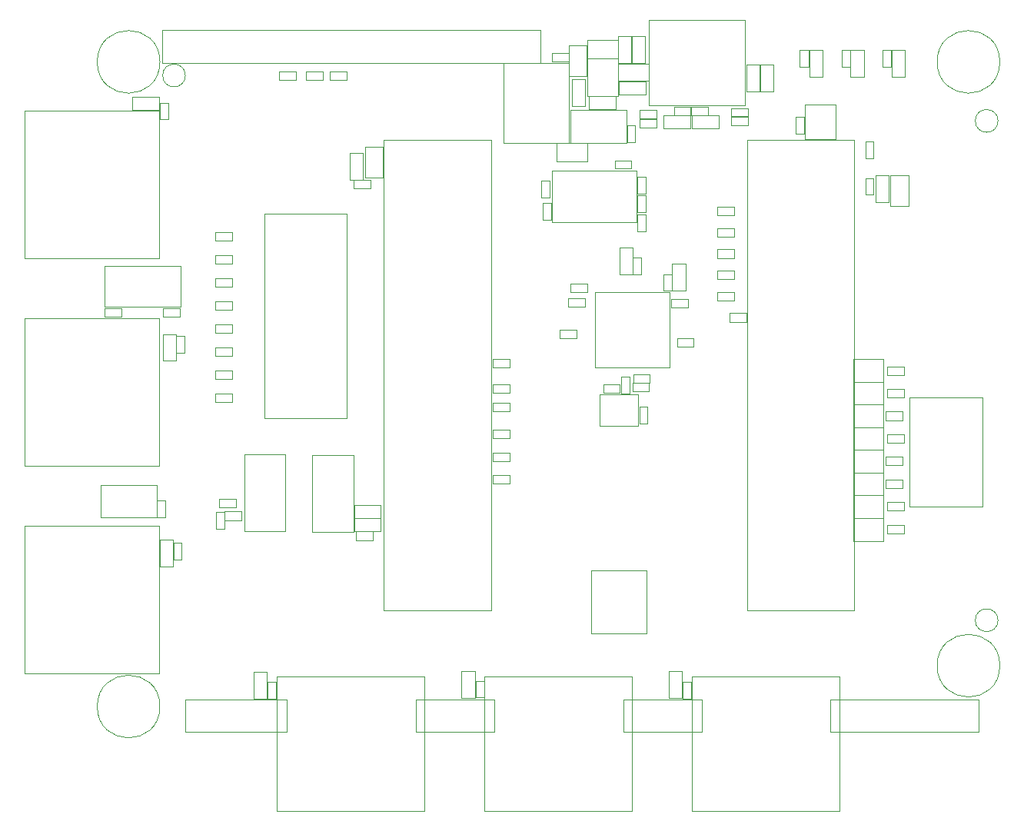
<source format=gbr>
%TF.GenerationSoftware,KiCad,Pcbnew,8.0.8-8.0.8-0~ubuntu22.04.1*%
%TF.CreationDate,2025-02-25T18:23:06-05:00*%
%TF.ProjectId,tinytapeout-demo,74696e79-7461-4706-956f-75742d64656d,2.1.2*%
%TF.SameCoordinates,PX38be5e0PY7d687e0*%
%TF.FileFunction,Other,User*%
%FSLAX46Y46*%
G04 Gerber Fmt 4.6, Leading zero omitted, Abs format (unit mm)*
G04 Created by KiCad (PCBNEW 8.0.8-8.0.8-0~ubuntu22.04.1) date 2025-02-25 18:23:06*
%MOMM*%
%LPD*%
G01*
G04 APERTURE LIST*
%ADD10C,0.050000*%
%ADD11C,0.120000*%
G04 APERTURE END LIST*
D10*
%TO.C,JP7*%
X142850000Y-92250000D02*
X142850000Y-94750000D01*
X142850000Y-92250000D02*
X146150000Y-92250000D01*
X146150000Y-94750000D02*
X142850000Y-94750000D01*
X146150000Y-94750000D02*
X146150000Y-92250000D01*
%TO.C,R53*%
X127870000Y-77660000D02*
X129730000Y-77660000D01*
X127870000Y-78600000D02*
X127870000Y-77660000D01*
X129730000Y-77660000D02*
X129730000Y-78600000D01*
X129730000Y-78600000D02*
X127870000Y-78600000D01*
%TO.C,R15*%
X146030000Y-55670000D02*
X146970000Y-55670000D01*
X146030000Y-57530000D02*
X146030000Y-55670000D01*
X146970000Y-55670000D02*
X146970000Y-57530000D01*
X146970000Y-57530000D02*
X146030000Y-57530000D01*
%TO.C,C32*%
X117070000Y-77420000D02*
X118530000Y-77420000D01*
X117070000Y-80380000D02*
X117070000Y-77420000D01*
X118530000Y-77420000D02*
X118530000Y-80380000D01*
X118530000Y-80380000D02*
X117070000Y-80380000D01*
%TO.C,C23*%
X144140000Y-65790000D02*
X145060000Y-65790000D01*
X144140000Y-67610000D02*
X144140000Y-65790000D01*
X145060000Y-65790000D02*
X145060000Y-67610000D01*
X145060000Y-67610000D02*
X144140000Y-67610000D01*
%TO.C,C36*%
X118490000Y-92390000D02*
X120310000Y-92390000D01*
X118490000Y-93310000D02*
X118490000Y-92390000D01*
X120310000Y-92390000D02*
X120310000Y-93310000D01*
X120310000Y-93310000D02*
X118490000Y-93310000D01*
%TO.C,R55*%
X127870000Y-72980000D02*
X129730000Y-72980000D01*
X127870000Y-73920000D02*
X127870000Y-72980000D01*
X129730000Y-72980000D02*
X129730000Y-73920000D01*
X129730000Y-73920000D02*
X127870000Y-73920000D01*
%TO.C,JP1*%
X142850000Y-107250000D02*
X142850000Y-109750000D01*
X142850000Y-107250000D02*
X146150000Y-107250000D01*
X146150000Y-109750000D02*
X142850000Y-109750000D01*
X146150000Y-109750000D02*
X146150000Y-107250000D01*
%TO.C,R20*%
X119270000Y-63280000D02*
X121130000Y-63280000D01*
X119270000Y-64220000D02*
X119270000Y-63280000D01*
X121130000Y-63280000D02*
X121130000Y-64220000D01*
X121130000Y-64220000D02*
X119270000Y-64220000D01*
%TO.C,MT3*%
X66450000Y-57000000D02*
G75*
G02*
X59550000Y-57000000I-3450000J0D01*
G01*
X59550000Y-57000000D02*
G75*
G02*
X66450000Y-57000000I3450000J0D01*
G01*
%TO.C,C16*%
X146920000Y-69450000D02*
X148880000Y-69450000D01*
X146920000Y-72850000D02*
X146920000Y-69450000D01*
X148880000Y-69450000D02*
X148880000Y-72850000D01*
X148880000Y-72850000D02*
X146920000Y-72850000D01*
%TO.C,FID3*%
X158750000Y-63500000D02*
G75*
G02*
X156250000Y-63500000I-1250000J0D01*
G01*
X156250000Y-63500000D02*
G75*
G02*
X158750000Y-63500000I1250000J0D01*
G01*
%TO.C,R38*%
X119030000Y-69670000D02*
X119970000Y-69670000D01*
X119030000Y-71530000D02*
X119030000Y-69670000D01*
X119970000Y-69670000D02*
X119970000Y-71530000D01*
X119970000Y-71530000D02*
X119030000Y-71530000D01*
%TO.C,C48*%
X116970000Y-59170000D02*
X119930000Y-59170000D01*
X116970000Y-60630000D02*
X116970000Y-59170000D01*
X119930000Y-59170000D02*
X119930000Y-60630000D01*
X119930000Y-60630000D02*
X116970000Y-60630000D01*
%TO.C,J13*%
X51550000Y-85240000D02*
X51550000Y-101490000D01*
X51550000Y-101490000D02*
X66400000Y-101490000D01*
X66400000Y-85240000D02*
X51550000Y-85240000D01*
X66400000Y-101490000D02*
X66400000Y-85240000D01*
%TO.C,C6*%
X110150000Y-65970000D02*
X113550000Y-65970000D01*
X110150000Y-67930000D02*
X110150000Y-65970000D01*
X113550000Y-65970000D02*
X113550000Y-67930000D01*
X113550000Y-67930000D02*
X110150000Y-67930000D01*
%TO.C,R5*%
X72560000Y-83358571D02*
X74420000Y-83358571D01*
X72560000Y-84298571D02*
X72560000Y-83358571D01*
X74420000Y-83358571D02*
X74420000Y-84298571D01*
X74420000Y-84298571D02*
X72560000Y-84298571D01*
%TO.C,C56*%
X67940000Y-109990000D02*
X68860000Y-109990000D01*
X67940000Y-111810000D02*
X67940000Y-109990000D01*
X68860000Y-109990000D02*
X68860000Y-111810000D01*
X68860000Y-111810000D02*
X67940000Y-111810000D01*
%TO.C,C7*%
X113500000Y-54620000D02*
X116900000Y-54620000D01*
X113500000Y-56580000D02*
X113500000Y-54620000D01*
X116900000Y-54620000D02*
X116900000Y-56580000D01*
X116900000Y-56580000D02*
X113500000Y-56580000D01*
%TO.C,R7*%
X87830000Y-107270000D02*
X90790000Y-107270000D01*
X87830000Y-108730000D02*
X87830000Y-107270000D01*
X90790000Y-107270000D02*
X90790000Y-108730000D01*
X90790000Y-108730000D02*
X87830000Y-108730000D01*
%TO.C,R1*%
X72560000Y-93530000D02*
X74420000Y-93530000D01*
X72560000Y-94470000D02*
X72560000Y-93530000D01*
X74420000Y-93530000D02*
X74420000Y-94470000D01*
X74420000Y-94470000D02*
X72560000Y-94470000D01*
%TO.C,C29*%
X115290000Y-92540000D02*
X117110000Y-92540000D01*
X115290000Y-93460000D02*
X115290000Y-92540000D01*
X117110000Y-92540000D02*
X117110000Y-93460000D01*
X117110000Y-93460000D02*
X115290000Y-93460000D01*
%TO.C,J2*%
X69220000Y-127200000D02*
X69220000Y-130800000D01*
X69220000Y-130800000D02*
X80420000Y-130800000D01*
X80420000Y-127200000D02*
X69220000Y-127200000D01*
X80420000Y-130800000D02*
X80420000Y-127200000D01*
%TO.C,C24*%
X87790000Y-70040000D02*
X89610000Y-70040000D01*
X87790000Y-70960000D02*
X87790000Y-70040000D01*
X89610000Y-70040000D02*
X89610000Y-70960000D01*
X89610000Y-70960000D02*
X87790000Y-70960000D01*
%TO.C,C8*%
X124040000Y-125290000D02*
X124960000Y-125290000D01*
X124040000Y-127110000D02*
X124040000Y-125290000D01*
X124960000Y-125290000D02*
X124960000Y-127110000D01*
X124960000Y-127110000D02*
X124040000Y-127110000D01*
%TO.C,Y1*%
X114900000Y-93650000D02*
X114900000Y-97050000D01*
X114900000Y-97050000D02*
X119100000Y-97050000D01*
X119100000Y-93650000D02*
X114900000Y-93650000D01*
X119100000Y-97050000D02*
X119100000Y-93650000D01*
%TO.C,R18*%
X136930000Y-55670000D02*
X137870000Y-55670000D01*
X136930000Y-57530000D02*
X136930000Y-55670000D01*
X137870000Y-55670000D02*
X137870000Y-57530000D01*
X137870000Y-57530000D02*
X136930000Y-57530000D01*
%TO.C,C58*%
X66440000Y-61490000D02*
X67360000Y-61490000D01*
X66440000Y-63310000D02*
X66440000Y-61490000D01*
X67360000Y-61490000D02*
X67360000Y-63310000D01*
X67360000Y-63310000D02*
X66440000Y-63310000D01*
%TO.C,R50*%
X136430000Y-63070000D02*
X137370000Y-63070000D01*
X136430000Y-64930000D02*
X136430000Y-63070000D01*
X137370000Y-63070000D02*
X137370000Y-64930000D01*
X137370000Y-64930000D02*
X136430000Y-64930000D01*
%TO.C,R11*%
X72570000Y-75730000D02*
X74430000Y-75730000D01*
X72570000Y-76670000D02*
X72570000Y-75730000D01*
X74430000Y-75730000D02*
X74430000Y-76670000D01*
X74430000Y-76670000D02*
X72570000Y-76670000D01*
%TO.C,R43*%
X103070000Y-100030000D02*
X104930000Y-100030000D01*
X103070000Y-100970000D02*
X103070000Y-100030000D01*
X104930000Y-100030000D02*
X104930000Y-100970000D01*
X104930000Y-100970000D02*
X103070000Y-100970000D01*
%TO.C,C46*%
X129390000Y-62090000D02*
X131210000Y-62090000D01*
X129390000Y-63010000D02*
X129390000Y-62090000D01*
X131210000Y-62090000D02*
X131210000Y-63010000D01*
X131210000Y-63010000D02*
X129390000Y-63010000D01*
%TO.C,C4*%
X78340000Y-125290000D02*
X79260000Y-125290000D01*
X78340000Y-127110000D02*
X78340000Y-125290000D01*
X79260000Y-125290000D02*
X79260000Y-127110000D01*
X79260000Y-127110000D02*
X78340000Y-127110000D01*
%TO.C,R24*%
X146410000Y-103001428D02*
X148270000Y-103001428D01*
X146410000Y-103941428D02*
X146410000Y-103001428D01*
X148270000Y-103001428D02*
X148270000Y-103941428D01*
X148270000Y-103941428D02*
X146410000Y-103941428D01*
%TO.C,R22*%
X146560000Y-107990000D02*
X148420000Y-107990000D01*
X146560000Y-108930000D02*
X146560000Y-107990000D01*
X148420000Y-107990000D02*
X148420000Y-108930000D01*
X148420000Y-108930000D02*
X146560000Y-108930000D01*
%TO.C,C47*%
X119290000Y-62290000D02*
X121110000Y-62290000D01*
X119290000Y-63210000D02*
X119290000Y-62290000D01*
X121110000Y-62290000D02*
X121110000Y-63210000D01*
X121110000Y-63210000D02*
X119290000Y-63210000D01*
%TO.C,JP3*%
X142850000Y-102250000D02*
X142850000Y-104750000D01*
X142850000Y-102250000D02*
X146150000Y-102250000D01*
X146150000Y-104750000D02*
X142850000Y-104750000D01*
X146150000Y-104750000D02*
X146150000Y-102250000D01*
%TO.C,R3*%
X72560000Y-88444285D02*
X74420000Y-88444285D01*
X72560000Y-89384285D02*
X72560000Y-88444285D01*
X74420000Y-88444285D02*
X74420000Y-89384285D01*
X74420000Y-89384285D02*
X72560000Y-89384285D01*
%TO.C,JP8*%
X142850000Y-89750000D02*
X142850000Y-92250000D01*
X142850000Y-89750000D02*
X146150000Y-89750000D01*
X146150000Y-92250000D02*
X142850000Y-92250000D01*
X146150000Y-92250000D02*
X146150000Y-89750000D01*
%TO.C,J8*%
X117505000Y-127200000D02*
X117505000Y-130800000D01*
X117505000Y-130800000D02*
X126155000Y-130800000D01*
X126155000Y-127200000D02*
X117505000Y-127200000D01*
X126155000Y-130800000D02*
X126155000Y-127200000D01*
%TO.C,C2*%
X72990000Y-105140000D02*
X74810000Y-105140000D01*
X72990000Y-106060000D02*
X72990000Y-105140000D01*
X74810000Y-105140000D02*
X74810000Y-106060000D01*
X74810000Y-106060000D02*
X72990000Y-106060000D01*
%TO.C,J12*%
X51550000Y-108100000D02*
X51550000Y-124350000D01*
X51550000Y-124350000D02*
X66400000Y-124350000D01*
X66400000Y-108100000D02*
X51550000Y-108100000D01*
X66400000Y-124350000D02*
X66400000Y-108100000D01*
%TO.C,R41*%
X111403884Y-83041018D02*
X113263884Y-83041018D01*
X111403884Y-83981018D02*
X111403884Y-83041018D01*
X113263884Y-83041018D02*
X113263884Y-83981018D01*
X113263884Y-83981018D02*
X111403884Y-83981018D01*
D11*
%TO.C,SW2*%
X75750000Y-100250000D02*
X75750000Y-108650000D01*
X75750000Y-108650000D02*
X80250000Y-108650000D01*
X80250000Y-100250000D02*
X75750000Y-100250000D01*
X80250000Y-108650000D02*
X80250000Y-100250000D01*
D10*
%TO.C,R8*%
X73580000Y-106530000D02*
X75440000Y-106530000D01*
X73580000Y-107470000D02*
X73580000Y-106530000D01*
X75440000Y-106530000D02*
X75440000Y-107470000D01*
X75440000Y-107470000D02*
X73580000Y-107470000D01*
%TO.C,R54*%
X127870000Y-75320000D02*
X129730000Y-75320000D01*
X127870000Y-76260000D02*
X127870000Y-75320000D01*
X129730000Y-75320000D02*
X129730000Y-76260000D01*
X129730000Y-76260000D02*
X127870000Y-76260000D01*
%TO.C,C49*%
X118420000Y-54170000D02*
X119880000Y-54170000D01*
X118420000Y-57130000D02*
X118420000Y-54170000D01*
X119880000Y-54170000D02*
X119880000Y-57130000D01*
X119880000Y-57130000D02*
X118420000Y-57130000D01*
%TO.C,C35*%
X123390000Y-87440000D02*
X125210000Y-87440000D01*
X123390000Y-88360000D02*
X123390000Y-87440000D01*
X125210000Y-87440000D02*
X125210000Y-88360000D01*
X125210000Y-88360000D02*
X123390000Y-88360000D01*
%TO.C,J20*%
X120280000Y-61770000D02*
X120280000Y-52350000D01*
X130920000Y-52350000D02*
X120280000Y-52350000D01*
X130920000Y-61770000D02*
X120280000Y-61770000D01*
X130920000Y-61770000D02*
X130920000Y-52350000D01*
%TO.C,J3*%
X79355000Y-124655000D02*
X79355000Y-139505000D01*
X79355000Y-139505000D02*
X95605000Y-139505000D01*
X95605000Y-124655000D02*
X79355000Y-124655000D01*
X95605000Y-139505000D02*
X95605000Y-124655000D01*
%TO.C,J7*%
X113950000Y-113050000D02*
X113950000Y-119950000D01*
X113950000Y-119950000D02*
X120050000Y-119950000D01*
X120050000Y-113050000D02*
X113950000Y-113050000D01*
X120050000Y-119950000D02*
X120050000Y-113050000D01*
%TO.C,R12*%
X88080000Y-108730000D02*
X89940000Y-108730000D01*
X88080000Y-109670000D02*
X88080000Y-108730000D01*
X89940000Y-108730000D02*
X89940000Y-109670000D01*
X89940000Y-109670000D02*
X88080000Y-109670000D01*
%TO.C,C25*%
X87370000Y-67020000D02*
X88830000Y-67020000D01*
X87370000Y-69980000D02*
X87370000Y-67020000D01*
X88830000Y-67020000D02*
X88830000Y-69980000D01*
X88830000Y-69980000D02*
X87370000Y-69980000D01*
%TO.C,MT4*%
X158950000Y-57000000D02*
G75*
G02*
X152050000Y-57000000I-3450000J0D01*
G01*
X152050000Y-57000000D02*
G75*
G02*
X158950000Y-57000000I3450000J0D01*
G01*
%TO.C,MT2*%
X158950000Y-123500000D02*
G75*
G02*
X152050000Y-123500000I-3450000J0D01*
G01*
X152050000Y-123500000D02*
G75*
G02*
X158950000Y-123500000I3450000J0D01*
G01*
%TO.C,C5*%
X76770000Y-124220000D02*
X78230000Y-124220000D01*
X76770000Y-127180000D02*
X76770000Y-124220000D01*
X78230000Y-124220000D02*
X78230000Y-127180000D01*
X78230000Y-127180000D02*
X76770000Y-127180000D01*
%TO.C,R13*%
X72630000Y-106570000D02*
X73570000Y-106570000D01*
X72630000Y-108430000D02*
X72630000Y-106570000D01*
X73570000Y-106570000D02*
X73570000Y-108430000D01*
X73570000Y-108430000D02*
X72630000Y-108430000D01*
%TO.C,R21*%
X129370000Y-63030000D02*
X131230000Y-63030000D01*
X129370000Y-63970000D02*
X129370000Y-63030000D01*
X131230000Y-63030000D02*
X131230000Y-63970000D01*
X131230000Y-63970000D02*
X129370000Y-63970000D01*
%TO.C,R42*%
X103080000Y-102530000D02*
X104940000Y-102530000D01*
X103080000Y-103470000D02*
X103080000Y-102530000D01*
X104940000Y-102530000D02*
X104940000Y-103470000D01*
X104940000Y-103470000D02*
X103080000Y-103470000D01*
%TO.C,J5*%
X102215000Y-124655000D02*
X102215000Y-139505000D01*
X102215000Y-139505000D02*
X118465000Y-139505000D01*
X118465000Y-124655000D02*
X102215000Y-124655000D01*
X118465000Y-139505000D02*
X118465000Y-124655000D01*
%TO.C,C21*%
X89020000Y-66350000D02*
X90980000Y-66350000D01*
X89020000Y-69750000D02*
X89020000Y-66350000D01*
X90980000Y-66350000D02*
X90980000Y-69750000D01*
X90980000Y-69750000D02*
X89020000Y-69750000D01*
%TO.C,R49*%
X111820000Y-58920000D02*
X113280000Y-58920000D01*
X111820000Y-61880000D02*
X111820000Y-58920000D01*
X113280000Y-58920000D02*
X113280000Y-61880000D01*
X113280000Y-61880000D02*
X111820000Y-61880000D01*
%TO.C,R2*%
X72560000Y-90987142D02*
X74420000Y-90987142D01*
X72560000Y-91927142D02*
X72560000Y-90987142D01*
X74420000Y-90987142D02*
X74420000Y-91927142D01*
X74420000Y-91927142D02*
X72560000Y-91927142D01*
%TO.C,D5*%
X125020000Y-62870000D02*
X127980000Y-62870000D01*
X125020000Y-64330000D02*
X125020000Y-62870000D01*
X127980000Y-62870000D02*
X127980000Y-64330000D01*
X127980000Y-64330000D02*
X125020000Y-64330000D01*
%TO.C,JP2*%
X142850000Y-104750000D02*
X142850000Y-107250000D01*
X142850000Y-104750000D02*
X146150000Y-104750000D01*
X146150000Y-107250000D02*
X142850000Y-107250000D01*
X146150000Y-107250000D02*
X146150000Y-104750000D01*
%TO.C,C30*%
X119240000Y-94990000D02*
X120160000Y-94990000D01*
X119240000Y-96810000D02*
X119240000Y-94990000D01*
X120160000Y-94990000D02*
X120160000Y-96810000D01*
X120160000Y-96810000D02*
X119240000Y-96810000D01*
%TO.C,R28*%
X146560000Y-93024284D02*
X148420000Y-93024284D01*
X146560000Y-93964284D02*
X146560000Y-93024284D01*
X148420000Y-93024284D02*
X148420000Y-93964284D01*
X148420000Y-93964284D02*
X146560000Y-93964284D01*
%TO.C,C39*%
X111690000Y-81440000D02*
X113510000Y-81440000D01*
X111690000Y-82360000D02*
X111690000Y-81440000D01*
X113510000Y-81440000D02*
X113510000Y-82360000D01*
X113510000Y-82360000D02*
X111690000Y-82360000D01*
%TO.C,U1*%
D11*
X149000000Y-106000000D02*
X157000000Y-106000000D01*
X157000000Y-94000000D01*
X149000000Y-94000000D01*
X149000000Y-106000000D01*
D10*
%TO.C,R23*%
X146560000Y-105495714D02*
X148420000Y-105495714D01*
X146560000Y-106435714D02*
X146560000Y-105495714D01*
X148420000Y-105495714D02*
X148420000Y-106435714D01*
X148420000Y-106435714D02*
X146560000Y-106435714D01*
%TO.C,C38*%
X110490000Y-86540000D02*
X112310000Y-86540000D01*
X110490000Y-87460000D02*
X110490000Y-86540000D01*
X112310000Y-86540000D02*
X112310000Y-87460000D01*
X112310000Y-87460000D02*
X110490000Y-87460000D01*
%TO.C,R45*%
X103070000Y-94530000D02*
X104930000Y-94530000D01*
X103070000Y-95470000D02*
X103070000Y-94530000D01*
X104930000Y-94530000D02*
X104930000Y-95470000D01*
X104930000Y-95470000D02*
X103070000Y-95470000D01*
%TO.C,U5*%
X109650000Y-68940000D02*
X109650000Y-74660000D01*
X109650000Y-74660000D02*
X118950000Y-74660000D01*
X118950000Y-68940000D02*
X109650000Y-68940000D01*
X118950000Y-74660000D02*
X118950000Y-68940000D01*
%TO.C,R51*%
X127870000Y-82340000D02*
X129730000Y-82340000D01*
X127870000Y-83280000D02*
X127870000Y-82340000D01*
X129730000Y-82340000D02*
X129730000Y-83280000D01*
X129730000Y-83280000D02*
X127870000Y-83280000D01*
%TO.C,C37*%
X122870000Y-79220000D02*
X124330000Y-79220000D01*
X122870000Y-82180000D02*
X122870000Y-79220000D01*
X124330000Y-79220000D02*
X124330000Y-82180000D01*
X124330000Y-82180000D02*
X122870000Y-82180000D01*
%TO.C,R35*%
X108580000Y-72570000D02*
X109520000Y-72570000D01*
X108580000Y-74430000D02*
X108580000Y-72570000D01*
X109520000Y-72570000D02*
X109520000Y-74430000D01*
X109520000Y-74430000D02*
X108580000Y-74430000D01*
%TO.C,J10*%
X59925000Y-103595000D02*
X59925000Y-107195000D01*
X59925000Y-107195000D02*
X66075000Y-107195000D01*
X66075000Y-103595000D02*
X59925000Y-103595000D01*
X66075000Y-107195000D02*
X66075000Y-103595000D01*
%TO.C,U6*%
X114380000Y-82380000D02*
X114380000Y-90620000D01*
X114380000Y-90620000D02*
X122620000Y-90620000D01*
X122620000Y-82380000D02*
X114380000Y-82380000D01*
X122620000Y-90620000D02*
X122620000Y-82380000D01*
%TO.C,C33*%
X121940000Y-80390000D02*
X122860000Y-80390000D01*
X121940000Y-82210000D02*
X121940000Y-80390000D01*
X122860000Y-80390000D02*
X122860000Y-82210000D01*
X122860000Y-82210000D02*
X121940000Y-82210000D01*
%TO.C,Q1*%
X137500000Y-61680000D02*
X137500000Y-65520000D01*
X137500000Y-65520000D02*
X140900000Y-65520000D01*
X140900000Y-61680000D02*
X137500000Y-61680000D01*
X140900000Y-65520000D02*
X140900000Y-61680000D01*
%TO.C,R27*%
X146410000Y-95518570D02*
X148270000Y-95518570D01*
X146410000Y-96458570D02*
X146410000Y-95518570D01*
X148270000Y-95518570D02*
X148270000Y-96458570D01*
X148270000Y-96458570D02*
X146410000Y-96458570D01*
%TO.C,J17*%
X94660000Y-127200000D02*
X94660000Y-130800000D01*
X94660000Y-130800000D02*
X103310000Y-130800000D01*
X103310000Y-127200000D02*
X94660000Y-127200000D01*
X103310000Y-130800000D02*
X103310000Y-127200000D01*
%TO.C,C9*%
X122470000Y-124120000D02*
X123930000Y-124120000D01*
X122470000Y-127080000D02*
X122470000Y-124120000D01*
X123930000Y-124120000D02*
X123930000Y-127080000D01*
X123930000Y-127080000D02*
X122470000Y-127080000D01*
%TO.C,F1*%
X116920000Y-57200000D02*
X120280000Y-57200000D01*
X116920000Y-59100000D02*
X116920000Y-57200000D01*
X120280000Y-57200000D02*
X120280000Y-59100000D01*
X120280000Y-59100000D02*
X116920000Y-59100000D01*
%TO.C,J9*%
X66700000Y-53500000D02*
X66700000Y-57100000D01*
X66700000Y-57100000D02*
X108400000Y-57100000D01*
X108400000Y-53500000D02*
X66700000Y-53500000D01*
X108400000Y-57100000D02*
X108400000Y-53500000D01*
%TO.C,C12*%
X109640000Y-56040000D02*
X111460000Y-56040000D01*
X109640000Y-56960000D02*
X109640000Y-56040000D01*
X111460000Y-56040000D02*
X111460000Y-56960000D01*
X111460000Y-56960000D02*
X109640000Y-56960000D01*
%TO.C,R40*%
X108430000Y-70120000D02*
X109370000Y-70120000D01*
X108430000Y-71980000D02*
X108430000Y-70120000D01*
X109370000Y-70120000D02*
X109370000Y-71980000D01*
X109370000Y-71980000D02*
X108430000Y-71980000D01*
%TO.C,C45*%
X123090000Y-61940000D02*
X124910000Y-61940000D01*
X123090000Y-62860000D02*
X123090000Y-61940000D01*
X124910000Y-61940000D02*
X124910000Y-62860000D01*
X124910000Y-62860000D02*
X123090000Y-62860000D01*
%TO.C,R37*%
X117230000Y-91670000D02*
X118170000Y-91670000D01*
X117230000Y-93530000D02*
X117230000Y-91670000D01*
X118170000Y-91670000D02*
X118170000Y-93530000D01*
X118170000Y-93530000D02*
X117230000Y-93530000D01*
%TO.C,C26*%
X144140000Y-69790000D02*
X145060000Y-69790000D01*
X144140000Y-71610000D02*
X144140000Y-69790000D01*
X145060000Y-69790000D02*
X145060000Y-71610000D01*
X145060000Y-71610000D02*
X144140000Y-71610000D01*
%TO.C,C15*%
X99670000Y-124120000D02*
X101130000Y-124120000D01*
X99670000Y-127080000D02*
X99670000Y-124120000D01*
X101130000Y-124120000D02*
X101130000Y-127080000D01*
X101130000Y-127080000D02*
X99670000Y-127080000D01*
D11*
%TO.C,SW3*%
X60375000Y-79450000D02*
X60375000Y-83950000D01*
X60375000Y-83950000D02*
X68775000Y-83950000D01*
X68775000Y-79450000D02*
X60375000Y-79450000D01*
X68775000Y-83950000D02*
X68775000Y-79450000D01*
D10*
%TO.C,R16*%
X132570000Y-57270000D02*
X134030000Y-57270000D01*
X132570000Y-60230000D02*
X132570000Y-57270000D01*
X134030000Y-57270000D02*
X134030000Y-60230000D01*
X134030000Y-60230000D02*
X132570000Y-60230000D01*
%TO.C,C17*%
X145270000Y-69520000D02*
X146730000Y-69520000D01*
X145270000Y-72480000D02*
X145270000Y-69520000D01*
X146730000Y-69520000D02*
X146730000Y-72480000D01*
X146730000Y-72480000D02*
X145270000Y-72480000D01*
D11*
%TO.C,SW1*%
X83250000Y-100350000D02*
X83250000Y-108750000D01*
X83250000Y-108750000D02*
X87750000Y-108750000D01*
X87750000Y-100350000D02*
X83250000Y-100350000D01*
X87750000Y-108750000D02*
X87750000Y-100350000D01*
D10*
%TO.C,C3*%
X131070000Y-57270000D02*
X132530000Y-57270000D01*
X131070000Y-60230000D02*
X131070000Y-57270000D01*
X132530000Y-57270000D02*
X132530000Y-60230000D01*
X132530000Y-60230000D02*
X131070000Y-60230000D01*
%TO.C,FID2*%
X69250000Y-58500000D02*
G75*
G02*
X66750000Y-58500000I-1250000J0D01*
G01*
X66750000Y-58500000D02*
G75*
G02*
X69250000Y-58500000I1250000J0D01*
G01*
%TO.C,R17*%
X141530000Y-55670000D02*
X142470000Y-55670000D01*
X141530000Y-57530000D02*
X141530000Y-55670000D01*
X142470000Y-55670000D02*
X142470000Y-57530000D01*
X142470000Y-57530000D02*
X141530000Y-57530000D01*
%TO.C,C34*%
X122790000Y-83140000D02*
X124610000Y-83140000D01*
X122790000Y-84060000D02*
X122790000Y-83140000D01*
X124610000Y-83140000D02*
X124610000Y-84060000D01*
X124610000Y-84060000D02*
X122790000Y-84060000D01*
%TO.C,JP5*%
X142850000Y-97250000D02*
X142850000Y-99750000D01*
X142850000Y-97250000D02*
X146150000Y-97250000D01*
X146150000Y-99750000D02*
X142850000Y-99750000D01*
X146150000Y-99750000D02*
X146150000Y-97250000D01*
%TO.C,R31*%
X79570000Y-58030000D02*
X81430000Y-58030000D01*
X79570000Y-58970000D02*
X79570000Y-58030000D01*
X81430000Y-58030000D02*
X81430000Y-58970000D01*
X81430000Y-58970000D02*
X79570000Y-58970000D01*
%TO.C,U3*%
X113500000Y-56650000D02*
X113500000Y-60750000D01*
X113500000Y-60750000D02*
X116900000Y-60750000D01*
X116900000Y-56650000D02*
X113500000Y-56650000D01*
X116900000Y-60750000D02*
X116900000Y-56650000D01*
%TO.C,C60*%
X68240000Y-87195000D02*
X69160000Y-87195000D01*
X68240000Y-89015000D02*
X68240000Y-87195000D01*
X69160000Y-87195000D02*
X69160000Y-89015000D01*
X69160000Y-89015000D02*
X68240000Y-89015000D01*
%TO.C,U2*%
X104300000Y-57150000D02*
X104300000Y-65950000D01*
X104300000Y-65950000D02*
X111500000Y-65950000D01*
X111500000Y-57150000D02*
X104300000Y-57150000D01*
X111500000Y-65950000D02*
X111500000Y-57150000D01*
%TO.C,R25*%
X146410000Y-100507142D02*
X148270000Y-100507142D01*
X146410000Y-101447142D02*
X146410000Y-100507142D01*
X148270000Y-100507142D02*
X148270000Y-101447142D01*
X148270000Y-101447142D02*
X146410000Y-101447142D01*
%TO.C,J14*%
X51550000Y-62380000D02*
X51550000Y-78630000D01*
X51550000Y-78630000D02*
X66400000Y-78630000D01*
X66400000Y-62380000D02*
X51550000Y-62380000D01*
X66400000Y-78630000D02*
X66400000Y-62380000D01*
%TO.C,FID1*%
X158750000Y-118500000D02*
G75*
G02*
X156250000Y-118500000I-1250000J0D01*
G01*
X156250000Y-118500000D02*
G75*
G02*
X158750000Y-118500000I1250000J0D01*
G01*
%TO.C,R29*%
X146560000Y-90530000D02*
X148420000Y-90530000D01*
X146560000Y-91470000D02*
X146560000Y-90530000D01*
X148420000Y-90530000D02*
X148420000Y-91470000D01*
X148420000Y-91470000D02*
X146560000Y-91470000D01*
%TO.C,C61*%
X66770000Y-86975000D02*
X68230000Y-86975000D01*
X66770000Y-89935000D02*
X66770000Y-86975000D01*
X68230000Y-86975000D02*
X68230000Y-89935000D01*
X68230000Y-89935000D02*
X66770000Y-89935000D01*
%TO.C,R47*%
X103070000Y-89720000D02*
X104930000Y-89720000D01*
X103070000Y-90660000D02*
X103070000Y-89720000D01*
X104930000Y-89720000D02*
X104930000Y-90660000D01*
X104930000Y-90660000D02*
X103070000Y-90660000D01*
%TO.C,R6*%
X72560000Y-80815714D02*
X74420000Y-80815714D01*
X72560000Y-81755714D02*
X72560000Y-80815714D01*
X74420000Y-80815714D02*
X74420000Y-81755714D01*
X74420000Y-81755714D02*
X72560000Y-81755714D01*
%TO.C,JP6*%
X142850000Y-94750000D02*
X142850000Y-97250000D01*
X142850000Y-94750000D02*
X146150000Y-94750000D01*
X146150000Y-97250000D02*
X142850000Y-97250000D01*
X146150000Y-97250000D02*
X146150000Y-94750000D01*
%TO.C,C11*%
X113670000Y-60770000D02*
X116630000Y-60770000D01*
X113670000Y-62230000D02*
X113670000Y-60770000D01*
X116630000Y-60770000D02*
X116630000Y-62230000D01*
X116630000Y-62230000D02*
X113670000Y-62230000D01*
%TO.C,J4*%
X91100000Y-65600000D02*
X91100000Y-117400000D01*
X91100000Y-117400000D02*
X102900000Y-117400000D01*
X102900000Y-65600000D02*
X91100000Y-65600000D01*
X102900000Y-117400000D02*
X102900000Y-65600000D01*
X131100000Y-65600000D02*
X131100000Y-117400000D01*
X131100000Y-117400000D02*
X142900000Y-117400000D01*
X142900000Y-65600000D02*
X131100000Y-65600000D01*
X142900000Y-117400000D02*
X142900000Y-65600000D01*
%TO.C,J1*%
X140310000Y-127200000D02*
X140310000Y-130800000D01*
X140310000Y-130800000D02*
X156610000Y-130800000D01*
X156610000Y-127200000D02*
X140310000Y-127200000D01*
X156610000Y-130800000D02*
X156610000Y-127200000D01*
%TO.C,R10*%
X72560000Y-78272857D02*
X74420000Y-78272857D01*
X72560000Y-79212857D02*
X72560000Y-78272857D01*
X74420000Y-78272857D02*
X74420000Y-79212857D01*
X74420000Y-79212857D02*
X72560000Y-79212857D01*
%TO.C,J19*%
X111650000Y-62300000D02*
X111650000Y-65900000D01*
X111650000Y-65900000D02*
X117800000Y-65900000D01*
X117800000Y-62300000D02*
X111650000Y-62300000D01*
X117800000Y-65900000D02*
X117800000Y-62300000D01*
%TO.C,D2*%
X142520000Y-55720000D02*
X143980000Y-55720000D01*
X142520000Y-58680000D02*
X142520000Y-55720000D01*
X143980000Y-55720000D02*
X143980000Y-58680000D01*
X143980000Y-58680000D02*
X142520000Y-58680000D01*
%TO.C,R30*%
X85170000Y-58030000D02*
X87030000Y-58030000D01*
X85170000Y-58970000D02*
X85170000Y-58030000D01*
X87030000Y-58030000D02*
X87030000Y-58970000D01*
X87030000Y-58970000D02*
X85170000Y-58970000D01*
%TO.C,R44*%
X103070000Y-97530000D02*
X104930000Y-97530000D01*
X103070000Y-98470000D02*
X103070000Y-97530000D01*
X104930000Y-97530000D02*
X104930000Y-98470000D01*
X104930000Y-98470000D02*
X103070000Y-98470000D01*
%TO.C,R26*%
X146560000Y-98012856D02*
X148420000Y-98012856D01*
X146560000Y-98952856D02*
X146560000Y-98012856D01*
X148420000Y-98012856D02*
X148420000Y-98952856D01*
X148420000Y-98952856D02*
X146560000Y-98952856D01*
%TO.C,C41*%
X118540000Y-78590000D02*
X119460000Y-78590000D01*
X118540000Y-80410000D02*
X118540000Y-78590000D01*
X119460000Y-78590000D02*
X119460000Y-80410000D01*
X119460000Y-80410000D02*
X118540000Y-80410000D01*
%TO.C,C13*%
X117890000Y-63990000D02*
X118810000Y-63990000D01*
X117890000Y-65810000D02*
X117890000Y-63990000D01*
X118810000Y-63990000D02*
X118810000Y-65810000D01*
X118810000Y-65810000D02*
X117890000Y-65810000D01*
%TO.C,R48*%
X129170000Y-84680000D02*
X131030000Y-84680000D01*
X129170000Y-85620000D02*
X129170000Y-84680000D01*
X131030000Y-84680000D02*
X131030000Y-85620000D01*
X131030000Y-85620000D02*
X129170000Y-85620000D01*
%TO.C,R52*%
X127870000Y-80000000D02*
X129730000Y-80000000D01*
X127870000Y-80940000D02*
X127870000Y-80000000D01*
X129730000Y-80000000D02*
X129730000Y-80940000D01*
X129730000Y-80940000D02*
X127870000Y-80940000D01*
%TO.C,FB1*%
X116920000Y-54170000D02*
X118380000Y-54170000D01*
X116920000Y-57130000D02*
X116920000Y-54170000D01*
X118380000Y-54170000D02*
X118380000Y-57130000D01*
X118380000Y-57130000D02*
X116920000Y-57130000D01*
%TO.C,J6*%
X125075000Y-124655000D02*
X125075000Y-139505000D01*
X125075000Y-139505000D02*
X141325000Y-139505000D01*
X141325000Y-124655000D02*
X125075000Y-124655000D01*
X141325000Y-139505000D02*
X141325000Y-124655000D01*
%TO.C,JP4*%
X142850000Y-99750000D02*
X142850000Y-102250000D01*
X142850000Y-99750000D02*
X146150000Y-99750000D01*
X146150000Y-102250000D02*
X142850000Y-102250000D01*
X146150000Y-102250000D02*
X146150000Y-99750000D01*
%TO.C,C57*%
X66470000Y-109620000D02*
X67930000Y-109620000D01*
X66470000Y-112580000D02*
X66470000Y-109620000D01*
X67930000Y-109620000D02*
X67930000Y-112580000D01*
X67930000Y-112580000D02*
X66470000Y-112580000D01*
%TO.C,C14*%
X101240000Y-125190000D02*
X102160000Y-125190000D01*
X101240000Y-127010000D02*
X101240000Y-125190000D01*
X102160000Y-125190000D02*
X102160000Y-127010000D01*
X102160000Y-127010000D02*
X101240000Y-127010000D01*
%TO.C,D3*%
X137970000Y-55720000D02*
X139430000Y-55720000D01*
X137970000Y-58680000D02*
X137970000Y-55720000D01*
X139430000Y-55720000D02*
X139430000Y-58680000D01*
X139430000Y-58680000D02*
X137970000Y-58680000D01*
%TO.C,R34*%
X119030000Y-71670000D02*
X119970000Y-71670000D01*
X119030000Y-73530000D02*
X119030000Y-71670000D01*
X119970000Y-71670000D02*
X119970000Y-73530000D01*
X119970000Y-73530000D02*
X119030000Y-73530000D01*
%TO.C,R9*%
X66770000Y-84130000D02*
X68630000Y-84130000D01*
X66770000Y-85070000D02*
X66770000Y-84130000D01*
X68630000Y-84130000D02*
X68630000Y-85070000D01*
X68630000Y-85070000D02*
X66770000Y-85070000D01*
%TO.C,R46*%
X103070000Y-92530000D02*
X104930000Y-92530000D01*
X103070000Y-93470000D02*
X103070000Y-92530000D01*
X104930000Y-92530000D02*
X104930000Y-93470000D01*
X104930000Y-93470000D02*
X103070000Y-93470000D01*
%TO.C,D1*%
X147070000Y-55720000D02*
X148530000Y-55720000D01*
X147070000Y-58680000D02*
X147070000Y-55720000D01*
X148530000Y-55720000D02*
X148530000Y-58680000D01*
X148530000Y-58680000D02*
X147070000Y-58680000D01*
%TO.C,R39*%
X119030000Y-73770000D02*
X119970000Y-73770000D01*
X119030000Y-75630000D02*
X119030000Y-73770000D01*
X119970000Y-73770000D02*
X119970000Y-75630000D01*
X119970000Y-75630000D02*
X119030000Y-75630000D01*
%TO.C,C10*%
X111520000Y-55200000D02*
X113480000Y-55200000D01*
X111520000Y-58600000D02*
X111520000Y-55200000D01*
X113480000Y-55200000D02*
X113480000Y-58600000D01*
X113480000Y-58600000D02*
X111520000Y-58600000D01*
%TO.C,D6*%
X121920000Y-62870000D02*
X124880000Y-62870000D01*
X121920000Y-64330000D02*
X121920000Y-62870000D01*
X124880000Y-62870000D02*
X124880000Y-64330000D01*
X124880000Y-64330000D02*
X121920000Y-64330000D01*
%TO.C,R32*%
X82570000Y-58030000D02*
X84430000Y-58030000D01*
X82570000Y-58970000D02*
X82570000Y-58030000D01*
X84430000Y-58030000D02*
X84430000Y-58970000D01*
X84430000Y-58970000D02*
X82570000Y-58970000D01*
%TO.C,MT1*%
X66450000Y-128000000D02*
G75*
G02*
X59550000Y-128000000I-3450000J0D01*
G01*
X59550000Y-128000000D02*
G75*
G02*
X66450000Y-128000000I3450000J0D01*
G01*
%TO.C,R4*%
X72560000Y-85901428D02*
X74420000Y-85901428D01*
X72560000Y-86841428D02*
X72560000Y-85901428D01*
X74420000Y-85901428D02*
X74420000Y-86841428D01*
X74420000Y-86841428D02*
X72560000Y-86841428D01*
%TO.C,C40*%
X118590000Y-91440000D02*
X120410000Y-91440000D01*
X118590000Y-92360000D02*
X118590000Y-91440000D01*
X120410000Y-91440000D02*
X120410000Y-92360000D01*
X120410000Y-92360000D02*
X118590000Y-92360000D01*
%TO.C,C1*%
X87830000Y-105770000D02*
X90790000Y-105770000D01*
X87830000Y-107230000D02*
X87830000Y-105770000D01*
X90790000Y-105770000D02*
X90790000Y-107230000D01*
X90790000Y-107230000D02*
X87830000Y-107230000D01*
%TO.C,SW4*%
D11*
X78000000Y-73750000D02*
X87000000Y-73750000D01*
X87000000Y-96250000D01*
X78000000Y-96250000D01*
X78000000Y-73750000D01*
D10*
%TO.C,C44*%
X124990000Y-61940000D02*
X126810000Y-61940000D01*
X124990000Y-62860000D02*
X124990000Y-61940000D01*
X126810000Y-61940000D02*
X126810000Y-62860000D01*
X126810000Y-62860000D02*
X124990000Y-62860000D01*
%TO.C,R36*%
X66130000Y-105325000D02*
X67070000Y-105325000D01*
X66130000Y-107185000D02*
X66130000Y-105325000D01*
X67070000Y-105325000D02*
X67070000Y-107185000D01*
X67070000Y-107185000D02*
X66130000Y-107185000D01*
%TO.C,C59*%
X63420000Y-60870000D02*
X66380000Y-60870000D01*
X63420000Y-62330000D02*
X63420000Y-60870000D01*
X66380000Y-60870000D02*
X66380000Y-62330000D01*
X66380000Y-62330000D02*
X63420000Y-62330000D01*
%TO.C,C31*%
X116540000Y-67840000D02*
X118360000Y-67840000D01*
X116540000Y-68760000D02*
X116540000Y-67840000D01*
X118360000Y-67840000D02*
X118360000Y-68760000D01*
X118360000Y-68760000D02*
X116540000Y-68760000D01*
%TO.C,R14*%
X60370000Y-84130000D02*
X62230000Y-84130000D01*
X60370000Y-85070000D02*
X60370000Y-84130000D01*
X62230000Y-84130000D02*
X62230000Y-85070000D01*
X62230000Y-85070000D02*
X60370000Y-85070000D01*
%TD*%
M02*

</source>
